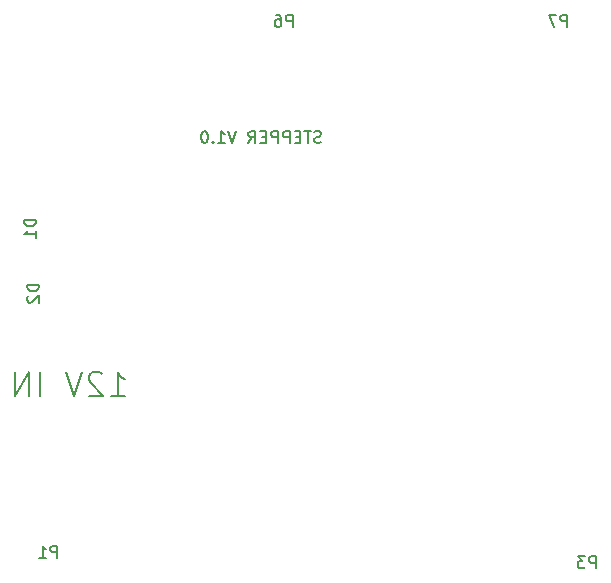
<source format=gbr>
G04 #@! TF.GenerationSoftware,KiCad,Pcbnew,7.0.9*
G04 #@! TF.CreationDate,2023-11-27T11:41:04+10:00*
G04 #@! TF.ProjectId,Front Console Output,46726f6e-7420-4436-9f6e-736f6c65204f,rev?*
G04 #@! TF.SameCoordinates,Original*
G04 #@! TF.FileFunction,Legend,Bot*
G04 #@! TF.FilePolarity,Positive*
%FSLAX46Y46*%
G04 Gerber Fmt 4.6, Leading zero omitted, Abs format (unit mm)*
G04 Created by KiCad (PCBNEW 7.0.9) date 2023-11-27 11:41:04*
%MOMM*%
%LPD*%
G01*
G04 APERTURE LIST*
%ADD10C,0.150000*%
G04 APERTURE END LIST*
D10*
X133698809Y-105109438D02*
X134841666Y-105109438D01*
X134270238Y-105109438D02*
X134270238Y-103109438D01*
X134270238Y-103109438D02*
X134460714Y-103395152D01*
X134460714Y-103395152D02*
X134651190Y-103585628D01*
X134651190Y-103585628D02*
X134841666Y-103680866D01*
X132936904Y-103299914D02*
X132841666Y-103204676D01*
X132841666Y-103204676D02*
X132651190Y-103109438D01*
X132651190Y-103109438D02*
X132174999Y-103109438D01*
X132174999Y-103109438D02*
X131984523Y-103204676D01*
X131984523Y-103204676D02*
X131889285Y-103299914D01*
X131889285Y-103299914D02*
X131794047Y-103490390D01*
X131794047Y-103490390D02*
X131794047Y-103680866D01*
X131794047Y-103680866D02*
X131889285Y-103966580D01*
X131889285Y-103966580D02*
X133032142Y-105109438D01*
X133032142Y-105109438D02*
X131794047Y-105109438D01*
X131222618Y-103109438D02*
X130555952Y-105109438D01*
X130555952Y-105109438D02*
X129889285Y-103109438D01*
X127698808Y-105109438D02*
X127698808Y-103109438D01*
X126746427Y-105109438D02*
X126746427Y-103109438D01*
X126746427Y-103109438D02*
X125603570Y-105109438D01*
X125603570Y-105109438D02*
X125603570Y-103109438D01*
X151475839Y-83642200D02*
X151332982Y-83689819D01*
X151332982Y-83689819D02*
X151094887Y-83689819D01*
X151094887Y-83689819D02*
X150999649Y-83642200D01*
X150999649Y-83642200D02*
X150952030Y-83594580D01*
X150952030Y-83594580D02*
X150904411Y-83499342D01*
X150904411Y-83499342D02*
X150904411Y-83404104D01*
X150904411Y-83404104D02*
X150952030Y-83308866D01*
X150952030Y-83308866D02*
X150999649Y-83261247D01*
X150999649Y-83261247D02*
X151094887Y-83213628D01*
X151094887Y-83213628D02*
X151285363Y-83166009D01*
X151285363Y-83166009D02*
X151380601Y-83118390D01*
X151380601Y-83118390D02*
X151428220Y-83070771D01*
X151428220Y-83070771D02*
X151475839Y-82975533D01*
X151475839Y-82975533D02*
X151475839Y-82880295D01*
X151475839Y-82880295D02*
X151428220Y-82785057D01*
X151428220Y-82785057D02*
X151380601Y-82737438D01*
X151380601Y-82737438D02*
X151285363Y-82689819D01*
X151285363Y-82689819D02*
X151047268Y-82689819D01*
X151047268Y-82689819D02*
X150904411Y-82737438D01*
X150618696Y-82689819D02*
X150047268Y-82689819D01*
X150332982Y-83689819D02*
X150332982Y-82689819D01*
X149713934Y-83166009D02*
X149380601Y-83166009D01*
X149237744Y-83689819D02*
X149713934Y-83689819D01*
X149713934Y-83689819D02*
X149713934Y-82689819D01*
X149713934Y-82689819D02*
X149237744Y-82689819D01*
X148809172Y-83689819D02*
X148809172Y-82689819D01*
X148809172Y-82689819D02*
X148428220Y-82689819D01*
X148428220Y-82689819D02*
X148332982Y-82737438D01*
X148332982Y-82737438D02*
X148285363Y-82785057D01*
X148285363Y-82785057D02*
X148237744Y-82880295D01*
X148237744Y-82880295D02*
X148237744Y-83023152D01*
X148237744Y-83023152D02*
X148285363Y-83118390D01*
X148285363Y-83118390D02*
X148332982Y-83166009D01*
X148332982Y-83166009D02*
X148428220Y-83213628D01*
X148428220Y-83213628D02*
X148809172Y-83213628D01*
X147809172Y-83689819D02*
X147809172Y-82689819D01*
X147809172Y-82689819D02*
X147428220Y-82689819D01*
X147428220Y-82689819D02*
X147332982Y-82737438D01*
X147332982Y-82737438D02*
X147285363Y-82785057D01*
X147285363Y-82785057D02*
X147237744Y-82880295D01*
X147237744Y-82880295D02*
X147237744Y-83023152D01*
X147237744Y-83023152D02*
X147285363Y-83118390D01*
X147285363Y-83118390D02*
X147332982Y-83166009D01*
X147332982Y-83166009D02*
X147428220Y-83213628D01*
X147428220Y-83213628D02*
X147809172Y-83213628D01*
X146809172Y-83166009D02*
X146475839Y-83166009D01*
X146332982Y-83689819D02*
X146809172Y-83689819D01*
X146809172Y-83689819D02*
X146809172Y-82689819D01*
X146809172Y-82689819D02*
X146332982Y-82689819D01*
X145332982Y-83689819D02*
X145666315Y-83213628D01*
X145904410Y-83689819D02*
X145904410Y-82689819D01*
X145904410Y-82689819D02*
X145523458Y-82689819D01*
X145523458Y-82689819D02*
X145428220Y-82737438D01*
X145428220Y-82737438D02*
X145380601Y-82785057D01*
X145380601Y-82785057D02*
X145332982Y-82880295D01*
X145332982Y-82880295D02*
X145332982Y-83023152D01*
X145332982Y-83023152D02*
X145380601Y-83118390D01*
X145380601Y-83118390D02*
X145428220Y-83166009D01*
X145428220Y-83166009D02*
X145523458Y-83213628D01*
X145523458Y-83213628D02*
X145904410Y-83213628D01*
X144285362Y-82689819D02*
X143952029Y-83689819D01*
X143952029Y-83689819D02*
X143618696Y-82689819D01*
X142761553Y-83689819D02*
X143332981Y-83689819D01*
X143047267Y-83689819D02*
X143047267Y-82689819D01*
X143047267Y-82689819D02*
X143142505Y-82832676D01*
X143142505Y-82832676D02*
X143237743Y-82927914D01*
X143237743Y-82927914D02*
X143332981Y-82975533D01*
X142332981Y-83594580D02*
X142285362Y-83642200D01*
X142285362Y-83642200D02*
X142332981Y-83689819D01*
X142332981Y-83689819D02*
X142380600Y-83642200D01*
X142380600Y-83642200D02*
X142332981Y-83594580D01*
X142332981Y-83594580D02*
X142332981Y-83689819D01*
X141666315Y-82689819D02*
X141571077Y-82689819D01*
X141571077Y-82689819D02*
X141475839Y-82737438D01*
X141475839Y-82737438D02*
X141428220Y-82785057D01*
X141428220Y-82785057D02*
X141380601Y-82880295D01*
X141380601Y-82880295D02*
X141332982Y-83070771D01*
X141332982Y-83070771D02*
X141332982Y-83308866D01*
X141332982Y-83308866D02*
X141380601Y-83499342D01*
X141380601Y-83499342D02*
X141428220Y-83594580D01*
X141428220Y-83594580D02*
X141475839Y-83642200D01*
X141475839Y-83642200D02*
X141571077Y-83689819D01*
X141571077Y-83689819D02*
X141666315Y-83689819D01*
X141666315Y-83689819D02*
X141761553Y-83642200D01*
X141761553Y-83642200D02*
X141809172Y-83594580D01*
X141809172Y-83594580D02*
X141856791Y-83499342D01*
X141856791Y-83499342D02*
X141904410Y-83308866D01*
X141904410Y-83308866D02*
X141904410Y-83070771D01*
X141904410Y-83070771D02*
X141856791Y-82880295D01*
X141856791Y-82880295D02*
X141809172Y-82785057D01*
X141809172Y-82785057D02*
X141761553Y-82737438D01*
X141761553Y-82737438D02*
X141666315Y-82689819D01*
X129135094Y-118818819D02*
X129135094Y-117818819D01*
X129135094Y-117818819D02*
X128754142Y-117818819D01*
X128754142Y-117818819D02*
X128658904Y-117866438D01*
X128658904Y-117866438D02*
X128611285Y-117914057D01*
X128611285Y-117914057D02*
X128563666Y-118009295D01*
X128563666Y-118009295D02*
X128563666Y-118152152D01*
X128563666Y-118152152D02*
X128611285Y-118247390D01*
X128611285Y-118247390D02*
X128658904Y-118295009D01*
X128658904Y-118295009D02*
X128754142Y-118342628D01*
X128754142Y-118342628D02*
X129135094Y-118342628D01*
X127611285Y-118818819D02*
X128182713Y-118818819D01*
X127896999Y-118818819D02*
X127896999Y-117818819D01*
X127896999Y-117818819D02*
X127992237Y-117961676D01*
X127992237Y-117961676D02*
X128087475Y-118056914D01*
X128087475Y-118056914D02*
X128182713Y-118104533D01*
X174728094Y-119707819D02*
X174728094Y-118707819D01*
X174728094Y-118707819D02*
X174347142Y-118707819D01*
X174347142Y-118707819D02*
X174251904Y-118755438D01*
X174251904Y-118755438D02*
X174204285Y-118803057D01*
X174204285Y-118803057D02*
X174156666Y-118898295D01*
X174156666Y-118898295D02*
X174156666Y-119041152D01*
X174156666Y-119041152D02*
X174204285Y-119136390D01*
X174204285Y-119136390D02*
X174251904Y-119184009D01*
X174251904Y-119184009D02*
X174347142Y-119231628D01*
X174347142Y-119231628D02*
X174728094Y-119231628D01*
X173823332Y-118707819D02*
X173204285Y-118707819D01*
X173204285Y-118707819D02*
X173537618Y-119088771D01*
X173537618Y-119088771D02*
X173394761Y-119088771D01*
X173394761Y-119088771D02*
X173299523Y-119136390D01*
X173299523Y-119136390D02*
X173251904Y-119184009D01*
X173251904Y-119184009D02*
X173204285Y-119279247D01*
X173204285Y-119279247D02*
X173204285Y-119517342D01*
X173204285Y-119517342D02*
X173251904Y-119612580D01*
X173251904Y-119612580D02*
X173299523Y-119660200D01*
X173299523Y-119660200D02*
X173394761Y-119707819D01*
X173394761Y-119707819D02*
X173680475Y-119707819D01*
X173680475Y-119707819D02*
X173775713Y-119660200D01*
X173775713Y-119660200D02*
X173823332Y-119612580D01*
X149074094Y-73860819D02*
X149074094Y-72860819D01*
X149074094Y-72860819D02*
X148693142Y-72860819D01*
X148693142Y-72860819D02*
X148597904Y-72908438D01*
X148597904Y-72908438D02*
X148550285Y-72956057D01*
X148550285Y-72956057D02*
X148502666Y-73051295D01*
X148502666Y-73051295D02*
X148502666Y-73194152D01*
X148502666Y-73194152D02*
X148550285Y-73289390D01*
X148550285Y-73289390D02*
X148597904Y-73337009D01*
X148597904Y-73337009D02*
X148693142Y-73384628D01*
X148693142Y-73384628D02*
X149074094Y-73384628D01*
X147645523Y-72860819D02*
X147835999Y-72860819D01*
X147835999Y-72860819D02*
X147931237Y-72908438D01*
X147931237Y-72908438D02*
X147978856Y-72956057D01*
X147978856Y-72956057D02*
X148074094Y-73098914D01*
X148074094Y-73098914D02*
X148121713Y-73289390D01*
X148121713Y-73289390D02*
X148121713Y-73670342D01*
X148121713Y-73670342D02*
X148074094Y-73765580D01*
X148074094Y-73765580D02*
X148026475Y-73813200D01*
X148026475Y-73813200D02*
X147931237Y-73860819D01*
X147931237Y-73860819D02*
X147740761Y-73860819D01*
X147740761Y-73860819D02*
X147645523Y-73813200D01*
X147645523Y-73813200D02*
X147597904Y-73765580D01*
X147597904Y-73765580D02*
X147550285Y-73670342D01*
X147550285Y-73670342D02*
X147550285Y-73432247D01*
X147550285Y-73432247D02*
X147597904Y-73337009D01*
X147597904Y-73337009D02*
X147645523Y-73289390D01*
X147645523Y-73289390D02*
X147740761Y-73241771D01*
X147740761Y-73241771D02*
X147931237Y-73241771D01*
X147931237Y-73241771D02*
X148026475Y-73289390D01*
X148026475Y-73289390D02*
X148074094Y-73337009D01*
X148074094Y-73337009D02*
X148121713Y-73432247D01*
X172315094Y-73860819D02*
X172315094Y-72860819D01*
X172315094Y-72860819D02*
X171934142Y-72860819D01*
X171934142Y-72860819D02*
X171838904Y-72908438D01*
X171838904Y-72908438D02*
X171791285Y-72956057D01*
X171791285Y-72956057D02*
X171743666Y-73051295D01*
X171743666Y-73051295D02*
X171743666Y-73194152D01*
X171743666Y-73194152D02*
X171791285Y-73289390D01*
X171791285Y-73289390D02*
X171838904Y-73337009D01*
X171838904Y-73337009D02*
X171934142Y-73384628D01*
X171934142Y-73384628D02*
X172315094Y-73384628D01*
X171410332Y-72860819D02*
X170743666Y-72860819D01*
X170743666Y-72860819D02*
X171172237Y-73860819D01*
X127327819Y-90198905D02*
X126327819Y-90198905D01*
X126327819Y-90198905D02*
X126327819Y-90437000D01*
X126327819Y-90437000D02*
X126375438Y-90579857D01*
X126375438Y-90579857D02*
X126470676Y-90675095D01*
X126470676Y-90675095D02*
X126565914Y-90722714D01*
X126565914Y-90722714D02*
X126756390Y-90770333D01*
X126756390Y-90770333D02*
X126899247Y-90770333D01*
X126899247Y-90770333D02*
X127089723Y-90722714D01*
X127089723Y-90722714D02*
X127184961Y-90675095D01*
X127184961Y-90675095D02*
X127280200Y-90579857D01*
X127280200Y-90579857D02*
X127327819Y-90437000D01*
X127327819Y-90437000D02*
X127327819Y-90198905D01*
X127327819Y-91722714D02*
X127327819Y-91151286D01*
X127327819Y-91437000D02*
X126327819Y-91437000D01*
X126327819Y-91437000D02*
X126470676Y-91341762D01*
X126470676Y-91341762D02*
X126565914Y-91246524D01*
X126565914Y-91246524D02*
X126613533Y-91151286D01*
X127581819Y-95693905D02*
X126581819Y-95693905D01*
X126581819Y-95693905D02*
X126581819Y-95932000D01*
X126581819Y-95932000D02*
X126629438Y-96074857D01*
X126629438Y-96074857D02*
X126724676Y-96170095D01*
X126724676Y-96170095D02*
X126819914Y-96217714D01*
X126819914Y-96217714D02*
X127010390Y-96265333D01*
X127010390Y-96265333D02*
X127153247Y-96265333D01*
X127153247Y-96265333D02*
X127343723Y-96217714D01*
X127343723Y-96217714D02*
X127438961Y-96170095D01*
X127438961Y-96170095D02*
X127534200Y-96074857D01*
X127534200Y-96074857D02*
X127581819Y-95932000D01*
X127581819Y-95932000D02*
X127581819Y-95693905D01*
X126677057Y-96646286D02*
X126629438Y-96693905D01*
X126629438Y-96693905D02*
X126581819Y-96789143D01*
X126581819Y-96789143D02*
X126581819Y-97027238D01*
X126581819Y-97027238D02*
X126629438Y-97122476D01*
X126629438Y-97122476D02*
X126677057Y-97170095D01*
X126677057Y-97170095D02*
X126772295Y-97217714D01*
X126772295Y-97217714D02*
X126867533Y-97217714D01*
X126867533Y-97217714D02*
X127010390Y-97170095D01*
X127010390Y-97170095D02*
X127581819Y-96598667D01*
X127581819Y-96598667D02*
X127581819Y-97217714D01*
M02*

</source>
